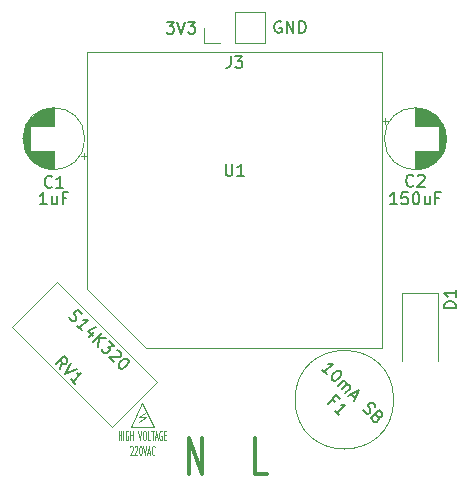
<source format=gto>
%TF.GenerationSoftware,KiCad,Pcbnew,(5.1.9-0-10_14)*%
%TF.CreationDate,2024-01-23T16:21:58+01:00*%
%TF.ProjectId,mains-psu,6d61696e-732d-4707-9375-2e6b69636164,rev?*%
%TF.SameCoordinates,Original*%
%TF.FileFunction,Legend,Top*%
%TF.FilePolarity,Positive*%
%FSLAX46Y46*%
G04 Gerber Fmt 4.6, Leading zero omitted, Abs format (unit mm)*
G04 Created by KiCad (PCBNEW (5.1.9-0-10_14)) date 2024-01-23 16:21:58*
%MOMM*%
%LPD*%
G01*
G04 APERTURE LIST*
%ADD10C,0.075000*%
%ADD11C,0.120000*%
%ADD12C,0.150000*%
%ADD13C,0.300000*%
G04 APERTURE END LIST*
D10*
X-9819047Y-16524404D02*
X-9819047Y-15724404D01*
X-9819047Y-16105357D02*
X-9590476Y-16105357D01*
X-9590476Y-16524404D02*
X-9590476Y-15724404D01*
X-9400000Y-16524404D02*
X-9400000Y-15724404D01*
X-9000000Y-15762500D02*
X-9038095Y-15724404D01*
X-9095238Y-15724404D01*
X-9152380Y-15762500D01*
X-9190476Y-15838690D01*
X-9209523Y-15914880D01*
X-9228571Y-16067261D01*
X-9228571Y-16181547D01*
X-9209523Y-16333928D01*
X-9190476Y-16410119D01*
X-9152380Y-16486309D01*
X-9095238Y-16524404D01*
X-9057142Y-16524404D01*
X-9000000Y-16486309D01*
X-8980952Y-16448214D01*
X-8980952Y-16181547D01*
X-9057142Y-16181547D01*
X-8809523Y-16524404D02*
X-8809523Y-15724404D01*
X-8809523Y-16105357D02*
X-8580952Y-16105357D01*
X-8580952Y-16524404D02*
X-8580952Y-15724404D01*
X-8142857Y-15724404D02*
X-8009523Y-16524404D01*
X-7876190Y-15724404D01*
X-7666666Y-15724404D02*
X-7590476Y-15724404D01*
X-7552380Y-15762500D01*
X-7514285Y-15838690D01*
X-7495238Y-15991071D01*
X-7495238Y-16257738D01*
X-7514285Y-16410119D01*
X-7552380Y-16486309D01*
X-7590476Y-16524404D01*
X-7666666Y-16524404D01*
X-7704761Y-16486309D01*
X-7742857Y-16410119D01*
X-7761904Y-16257738D01*
X-7761904Y-15991071D01*
X-7742857Y-15838690D01*
X-7704761Y-15762500D01*
X-7666666Y-15724404D01*
X-7133333Y-16524404D02*
X-7323809Y-16524404D01*
X-7323809Y-15724404D01*
X-7057142Y-15724404D02*
X-6828571Y-15724404D01*
X-6942857Y-16524404D02*
X-6942857Y-15724404D01*
X-6714285Y-16295833D02*
X-6523809Y-16295833D01*
X-6752380Y-16524404D02*
X-6619047Y-15724404D01*
X-6485714Y-16524404D01*
X-6142857Y-15762500D02*
X-6180952Y-15724404D01*
X-6238095Y-15724404D01*
X-6295238Y-15762500D01*
X-6333333Y-15838690D01*
X-6352380Y-15914880D01*
X-6371428Y-16067261D01*
X-6371428Y-16181547D01*
X-6352380Y-16333928D01*
X-6333333Y-16410119D01*
X-6295238Y-16486309D01*
X-6238095Y-16524404D01*
X-6200000Y-16524404D01*
X-6142857Y-16486309D01*
X-6123809Y-16448214D01*
X-6123809Y-16181547D01*
X-6200000Y-16181547D01*
X-5952380Y-16105357D02*
X-5819047Y-16105357D01*
X-5761904Y-16524404D02*
X-5952380Y-16524404D01*
X-5952380Y-15724404D01*
X-5761904Y-15724404D01*
X-8838095Y-17075595D02*
X-8819047Y-17037500D01*
X-8780952Y-16999404D01*
X-8685714Y-16999404D01*
X-8647619Y-17037500D01*
X-8628571Y-17075595D01*
X-8609523Y-17151785D01*
X-8609523Y-17227976D01*
X-8628571Y-17342261D01*
X-8857142Y-17799404D01*
X-8609523Y-17799404D01*
X-8457142Y-17075595D02*
X-8438095Y-17037500D01*
X-8400000Y-16999404D01*
X-8304761Y-16999404D01*
X-8266666Y-17037500D01*
X-8247619Y-17075595D01*
X-8228571Y-17151785D01*
X-8228571Y-17227976D01*
X-8247619Y-17342261D01*
X-8476190Y-17799404D01*
X-8228571Y-17799404D01*
X-7980952Y-16999404D02*
X-7942857Y-16999404D01*
X-7904761Y-17037500D01*
X-7885714Y-17075595D01*
X-7866666Y-17151785D01*
X-7847619Y-17304166D01*
X-7847619Y-17494642D01*
X-7866666Y-17647023D01*
X-7885714Y-17723214D01*
X-7904761Y-17761309D01*
X-7942857Y-17799404D01*
X-7980952Y-17799404D01*
X-8019047Y-17761309D01*
X-8038095Y-17723214D01*
X-8057142Y-17647023D01*
X-8076190Y-17494642D01*
X-8076190Y-17304166D01*
X-8057142Y-17151785D01*
X-8038095Y-17075595D01*
X-8019047Y-17037500D01*
X-7980952Y-16999404D01*
X-7733333Y-16999404D02*
X-7600000Y-17799404D01*
X-7466666Y-16999404D01*
X-7352380Y-17570833D02*
X-7161904Y-17570833D01*
X-7390476Y-17799404D02*
X-7257142Y-16999404D01*
X-7123809Y-17799404D01*
X-6761904Y-17723214D02*
X-6780952Y-17761309D01*
X-6838095Y-17799404D01*
X-6876190Y-17799404D01*
X-6933333Y-17761309D01*
X-6971428Y-17685119D01*
X-6990476Y-17608928D01*
X-7009523Y-17456547D01*
X-7009523Y-17342261D01*
X-6990476Y-17189880D01*
X-6971428Y-17113690D01*
X-6933333Y-17037500D01*
X-6876190Y-16999404D01*
X-6838095Y-16999404D01*
X-6780952Y-17037500D01*
X-6761904Y-17075595D01*
D11*
X-8100000Y-14600000D02*
X-7600000Y-14200000D01*
X-7500000Y-14600000D02*
X-8100000Y-15000000D01*
X-8100000Y-14600000D02*
X-7500000Y-14600000D01*
X-6800000Y-15400000D02*
X-7800000Y-13400000D01*
X-8800000Y-15400000D02*
X-6800000Y-15400000D01*
X-7800000Y-13400000D02*
X-8800000Y-15400000D01*
D12*
X3938095Y18900000D02*
X3842857Y18947619D01*
X3700000Y18947619D01*
X3557142Y18900000D01*
X3461904Y18804761D01*
X3414285Y18709523D01*
X3366666Y18519047D01*
X3366666Y18376190D01*
X3414285Y18185714D01*
X3461904Y18090476D01*
X3557142Y17995238D01*
X3700000Y17947619D01*
X3795238Y17947619D01*
X3938095Y17995238D01*
X3985714Y18042857D01*
X3985714Y18376190D01*
X3795238Y18376190D01*
X4414285Y17947619D02*
X4414285Y18947619D01*
X4985714Y17947619D01*
X4985714Y18947619D01*
X5461904Y17947619D02*
X5461904Y18947619D01*
X5700000Y18947619D01*
X5842857Y18900000D01*
X5938095Y18804761D01*
X5985714Y18709523D01*
X6033333Y18519047D01*
X6033333Y18376190D01*
X5985714Y18185714D01*
X5938095Y18090476D01*
X5842857Y17995238D01*
X5700000Y17947619D01*
X5461904Y17947619D01*
X-5738095Y18897619D02*
X-5119047Y18897619D01*
X-5452380Y18516666D01*
X-5309523Y18516666D01*
X-5214285Y18469047D01*
X-5166666Y18421428D01*
X-5119047Y18326190D01*
X-5119047Y18088095D01*
X-5166666Y17992857D01*
X-5214285Y17945238D01*
X-5309523Y17897619D01*
X-5595238Y17897619D01*
X-5690476Y17945238D01*
X-5738095Y17992857D01*
X-4833333Y18897619D02*
X-4500000Y17897619D01*
X-4166666Y18897619D01*
X-3928571Y18897619D02*
X-3309523Y18897619D01*
X-3642857Y18516666D01*
X-3500000Y18516666D01*
X-3404761Y18469047D01*
X-3357142Y18421428D01*
X-3309523Y18326190D01*
X-3309523Y18088095D01*
X-3357142Y17992857D01*
X-3404761Y17945238D01*
X-3500000Y17897619D01*
X-3785714Y17897619D01*
X-3880952Y17945238D01*
X-3928571Y17992857D01*
D13*
X-3871428Y-19357142D02*
X-3871428Y-16357142D01*
X-2728571Y-19357142D01*
X-2728571Y-16357142D01*
X2719047Y-19357142D02*
X1766666Y-19357142D01*
X1766666Y-16357142D01*
D11*
%TO.C,C2*%
X17920000Y9000000D02*
G75*
G03*
X17920000Y9000000I-2620000J0D01*
G01*
X15300000Y7960000D02*
X15300000Y6420000D01*
X15300000Y11580000D02*
X15300000Y10040000D01*
X15340000Y7960000D02*
X15340000Y6420000D01*
X15340000Y11580000D02*
X15340000Y10040000D01*
X15380000Y11579000D02*
X15380000Y10040000D01*
X15380000Y7960000D02*
X15380000Y6421000D01*
X15420000Y11578000D02*
X15420000Y10040000D01*
X15420000Y7960000D02*
X15420000Y6422000D01*
X15460000Y11576000D02*
X15460000Y10040000D01*
X15460000Y7960000D02*
X15460000Y6424000D01*
X15500000Y11573000D02*
X15500000Y10040000D01*
X15500000Y7960000D02*
X15500000Y6427000D01*
X15540000Y11569000D02*
X15540000Y10040000D01*
X15540000Y7960000D02*
X15540000Y6431000D01*
X15580000Y11565000D02*
X15580000Y10040000D01*
X15580000Y7960000D02*
X15580000Y6435000D01*
X15620000Y11561000D02*
X15620000Y10040000D01*
X15620000Y7960000D02*
X15620000Y6439000D01*
X15660000Y11556000D02*
X15660000Y10040000D01*
X15660000Y7960000D02*
X15660000Y6444000D01*
X15700000Y11550000D02*
X15700000Y10040000D01*
X15700000Y7960000D02*
X15700000Y6450000D01*
X15740000Y11543000D02*
X15740000Y10040000D01*
X15740000Y7960000D02*
X15740000Y6457000D01*
X15780000Y11536000D02*
X15780000Y10040000D01*
X15780000Y7960000D02*
X15780000Y6464000D01*
X15820000Y11528000D02*
X15820000Y10040000D01*
X15820000Y7960000D02*
X15820000Y6472000D01*
X15860000Y11520000D02*
X15860000Y10040000D01*
X15860000Y7960000D02*
X15860000Y6480000D01*
X15900000Y11511000D02*
X15900000Y10040000D01*
X15900000Y7960000D02*
X15900000Y6489000D01*
X15940000Y11501000D02*
X15940000Y10040000D01*
X15940000Y7960000D02*
X15940000Y6499000D01*
X15980000Y11491000D02*
X15980000Y10040000D01*
X15980000Y7960000D02*
X15980000Y6509000D01*
X16021000Y11480000D02*
X16021000Y10040000D01*
X16021000Y7960000D02*
X16021000Y6520000D01*
X16061000Y11468000D02*
X16061000Y10040000D01*
X16061000Y7960000D02*
X16061000Y6532000D01*
X16101000Y11455000D02*
X16101000Y10040000D01*
X16101000Y7960000D02*
X16101000Y6545000D01*
X16141000Y11442000D02*
X16141000Y10040000D01*
X16141000Y7960000D02*
X16141000Y6558000D01*
X16181000Y11428000D02*
X16181000Y10040000D01*
X16181000Y7960000D02*
X16181000Y6572000D01*
X16221000Y11414000D02*
X16221000Y10040000D01*
X16221000Y7960000D02*
X16221000Y6586000D01*
X16261000Y11398000D02*
X16261000Y10040000D01*
X16261000Y7960000D02*
X16261000Y6602000D01*
X16301000Y11382000D02*
X16301000Y10040000D01*
X16301000Y7960000D02*
X16301000Y6618000D01*
X16341000Y11365000D02*
X16341000Y10040000D01*
X16341000Y7960000D02*
X16341000Y6635000D01*
X16381000Y11348000D02*
X16381000Y10040000D01*
X16381000Y7960000D02*
X16381000Y6652000D01*
X16421000Y11329000D02*
X16421000Y10040000D01*
X16421000Y7960000D02*
X16421000Y6671000D01*
X16461000Y11310000D02*
X16461000Y10040000D01*
X16461000Y7960000D02*
X16461000Y6690000D01*
X16501000Y11290000D02*
X16501000Y10040000D01*
X16501000Y7960000D02*
X16501000Y6710000D01*
X16541000Y11268000D02*
X16541000Y10040000D01*
X16541000Y7960000D02*
X16541000Y6732000D01*
X16581000Y11247000D02*
X16581000Y10040000D01*
X16581000Y7960000D02*
X16581000Y6753000D01*
X16621000Y11224000D02*
X16621000Y10040000D01*
X16621000Y7960000D02*
X16621000Y6776000D01*
X16661000Y11200000D02*
X16661000Y10040000D01*
X16661000Y7960000D02*
X16661000Y6800000D01*
X16701000Y11175000D02*
X16701000Y10040000D01*
X16701000Y7960000D02*
X16701000Y6825000D01*
X16741000Y11149000D02*
X16741000Y10040000D01*
X16741000Y7960000D02*
X16741000Y6851000D01*
X16781000Y11122000D02*
X16781000Y10040000D01*
X16781000Y7960000D02*
X16781000Y6878000D01*
X16821000Y11095000D02*
X16821000Y10040000D01*
X16821000Y7960000D02*
X16821000Y6905000D01*
X16861000Y11065000D02*
X16861000Y10040000D01*
X16861000Y7960000D02*
X16861000Y6935000D01*
X16901000Y11035000D02*
X16901000Y10040000D01*
X16901000Y7960000D02*
X16901000Y6965000D01*
X16941000Y11004000D02*
X16941000Y10040000D01*
X16941000Y7960000D02*
X16941000Y6996000D01*
X16981000Y10971000D02*
X16981000Y10040000D01*
X16981000Y7960000D02*
X16981000Y7029000D01*
X17021000Y10937000D02*
X17021000Y10040000D01*
X17021000Y7960000D02*
X17021000Y7063000D01*
X17061000Y10901000D02*
X17061000Y10040000D01*
X17061000Y7960000D02*
X17061000Y7099000D01*
X17101000Y10864000D02*
X17101000Y10040000D01*
X17101000Y7960000D02*
X17101000Y7136000D01*
X17141000Y10826000D02*
X17141000Y10040000D01*
X17141000Y7960000D02*
X17141000Y7174000D01*
X17181000Y10785000D02*
X17181000Y10040000D01*
X17181000Y7960000D02*
X17181000Y7215000D01*
X17221000Y10743000D02*
X17221000Y10040000D01*
X17221000Y7960000D02*
X17221000Y7257000D01*
X17261000Y10699000D02*
X17261000Y10040000D01*
X17261000Y7960000D02*
X17261000Y7301000D01*
X17301000Y10653000D02*
X17301000Y10040000D01*
X17301000Y7960000D02*
X17301000Y7347000D01*
X17341000Y10605000D02*
X17341000Y7395000D01*
X17381000Y10554000D02*
X17381000Y7446000D01*
X17421000Y10500000D02*
X17421000Y7500000D01*
X17461000Y10443000D02*
X17461000Y7557000D01*
X17501000Y10383000D02*
X17501000Y7617000D01*
X17541000Y10319000D02*
X17541000Y7681000D01*
X17581000Y10251000D02*
X17581000Y7749000D01*
X17621000Y10178000D02*
X17621000Y7822000D01*
X17661000Y10098000D02*
X17661000Y7902000D01*
X17701000Y10011000D02*
X17701000Y7989000D01*
X17741000Y9915000D02*
X17741000Y8085000D01*
X17781000Y9805000D02*
X17781000Y8195000D01*
X17821000Y9677000D02*
X17821000Y8323000D01*
X17861000Y9518000D02*
X17861000Y8482000D01*
X17901000Y9284000D02*
X17901000Y8716000D01*
X12495225Y10475000D02*
X12995225Y10475000D01*
X12745225Y10725000D02*
X12745225Y10225000D01*
%TO.C,D1*%
X17200000Y-9800000D02*
X17200000Y-4100000D01*
X17200000Y-4100000D02*
X14200000Y-4100000D01*
X14200000Y-4100000D02*
X14200000Y-9800000D01*
%TO.C,U1*%
X12500000Y-8700000D02*
X-7500000Y-8700000D01*
X-7500000Y-8700000D02*
X-12500000Y-3700000D01*
X-12500000Y-3700000D02*
X-12500000Y16300000D01*
X-12500000Y16300000D02*
X12500000Y16300000D01*
X12500000Y16300000D02*
X12500000Y-8700000D01*
%TO.C,RV1*%
X-15033452Y-3148171D02*
X-18851829Y-6966548D01*
X-18851829Y-6966548D02*
X-10366548Y-15451829D01*
X-10366548Y-15451829D02*
X-6548171Y-11633452D01*
X-6548171Y-11633452D02*
X-15033452Y-3148171D01*
%TO.C,F1*%
X13475000Y-13100000D02*
G75*
G03*
X13475000Y-13100000I-4175000J0D01*
G01*
%TO.C,J3*%
X-2600000Y17070000D02*
X-2600000Y18400000D01*
X-1270000Y17070000D02*
X-2600000Y17070000D01*
X0Y17070000D02*
X0Y19730000D01*
X0Y19730000D02*
X2600000Y19730000D01*
X0Y17070000D02*
X2600000Y17070000D01*
X2600000Y17070000D02*
X2600000Y19730000D01*
%TO.C,C1*%
X-12745225Y7275000D02*
X-12745225Y7775000D01*
X-12495225Y7525000D02*
X-12995225Y7525000D01*
X-17901000Y8716000D02*
X-17901000Y9284000D01*
X-17861000Y8482000D02*
X-17861000Y9518000D01*
X-17821000Y8323000D02*
X-17821000Y9677000D01*
X-17781000Y8195000D02*
X-17781000Y9805000D01*
X-17741000Y8085000D02*
X-17741000Y9915000D01*
X-17701000Y7989000D02*
X-17701000Y10011000D01*
X-17661000Y7902000D02*
X-17661000Y10098000D01*
X-17621000Y7822000D02*
X-17621000Y10178000D01*
X-17581000Y7749000D02*
X-17581000Y10251000D01*
X-17541000Y7681000D02*
X-17541000Y10319000D01*
X-17501000Y7617000D02*
X-17501000Y10383000D01*
X-17461000Y7557000D02*
X-17461000Y10443000D01*
X-17421000Y7500000D02*
X-17421000Y10500000D01*
X-17381000Y7446000D02*
X-17381000Y10554000D01*
X-17341000Y7395000D02*
X-17341000Y10605000D01*
X-17301000Y10040000D02*
X-17301000Y10653000D01*
X-17301000Y7347000D02*
X-17301000Y7960000D01*
X-17261000Y10040000D02*
X-17261000Y10699000D01*
X-17261000Y7301000D02*
X-17261000Y7960000D01*
X-17221000Y10040000D02*
X-17221000Y10743000D01*
X-17221000Y7257000D02*
X-17221000Y7960000D01*
X-17181000Y10040000D02*
X-17181000Y10785000D01*
X-17181000Y7215000D02*
X-17181000Y7960000D01*
X-17141000Y10040000D02*
X-17141000Y10826000D01*
X-17141000Y7174000D02*
X-17141000Y7960000D01*
X-17101000Y10040000D02*
X-17101000Y10864000D01*
X-17101000Y7136000D02*
X-17101000Y7960000D01*
X-17061000Y10040000D02*
X-17061000Y10901000D01*
X-17061000Y7099000D02*
X-17061000Y7960000D01*
X-17021000Y10040000D02*
X-17021000Y10937000D01*
X-17021000Y7063000D02*
X-17021000Y7960000D01*
X-16981000Y10040000D02*
X-16981000Y10971000D01*
X-16981000Y7029000D02*
X-16981000Y7960000D01*
X-16941000Y10040000D02*
X-16941000Y11004000D01*
X-16941000Y6996000D02*
X-16941000Y7960000D01*
X-16901000Y10040000D02*
X-16901000Y11035000D01*
X-16901000Y6965000D02*
X-16901000Y7960000D01*
X-16861000Y10040000D02*
X-16861000Y11065000D01*
X-16861000Y6935000D02*
X-16861000Y7960000D01*
X-16821000Y10040000D02*
X-16821000Y11095000D01*
X-16821000Y6905000D02*
X-16821000Y7960000D01*
X-16781000Y10040000D02*
X-16781000Y11122000D01*
X-16781000Y6878000D02*
X-16781000Y7960000D01*
X-16741000Y10040000D02*
X-16741000Y11149000D01*
X-16741000Y6851000D02*
X-16741000Y7960000D01*
X-16701000Y10040000D02*
X-16701000Y11175000D01*
X-16701000Y6825000D02*
X-16701000Y7960000D01*
X-16661000Y10040000D02*
X-16661000Y11200000D01*
X-16661000Y6800000D02*
X-16661000Y7960000D01*
X-16621000Y10040000D02*
X-16621000Y11224000D01*
X-16621000Y6776000D02*
X-16621000Y7960000D01*
X-16581000Y10040000D02*
X-16581000Y11247000D01*
X-16581000Y6753000D02*
X-16581000Y7960000D01*
X-16541000Y10040000D02*
X-16541000Y11268000D01*
X-16541000Y6732000D02*
X-16541000Y7960000D01*
X-16501000Y10040000D02*
X-16501000Y11290000D01*
X-16501000Y6710000D02*
X-16501000Y7960000D01*
X-16461000Y10040000D02*
X-16461000Y11310000D01*
X-16461000Y6690000D02*
X-16461000Y7960000D01*
X-16421000Y10040000D02*
X-16421000Y11329000D01*
X-16421000Y6671000D02*
X-16421000Y7960000D01*
X-16381000Y10040000D02*
X-16381000Y11348000D01*
X-16381000Y6652000D02*
X-16381000Y7960000D01*
X-16341000Y10040000D02*
X-16341000Y11365000D01*
X-16341000Y6635000D02*
X-16341000Y7960000D01*
X-16301000Y10040000D02*
X-16301000Y11382000D01*
X-16301000Y6618000D02*
X-16301000Y7960000D01*
X-16261000Y10040000D02*
X-16261000Y11398000D01*
X-16261000Y6602000D02*
X-16261000Y7960000D01*
X-16221000Y10040000D02*
X-16221000Y11414000D01*
X-16221000Y6586000D02*
X-16221000Y7960000D01*
X-16181000Y10040000D02*
X-16181000Y11428000D01*
X-16181000Y6572000D02*
X-16181000Y7960000D01*
X-16141000Y10040000D02*
X-16141000Y11442000D01*
X-16141000Y6558000D02*
X-16141000Y7960000D01*
X-16101000Y10040000D02*
X-16101000Y11455000D01*
X-16101000Y6545000D02*
X-16101000Y7960000D01*
X-16061000Y10040000D02*
X-16061000Y11468000D01*
X-16061000Y6532000D02*
X-16061000Y7960000D01*
X-16021000Y10040000D02*
X-16021000Y11480000D01*
X-16021000Y6520000D02*
X-16021000Y7960000D01*
X-15980000Y10040000D02*
X-15980000Y11491000D01*
X-15980000Y6509000D02*
X-15980000Y7960000D01*
X-15940000Y10040000D02*
X-15940000Y11501000D01*
X-15940000Y6499000D02*
X-15940000Y7960000D01*
X-15900000Y10040000D02*
X-15900000Y11511000D01*
X-15900000Y6489000D02*
X-15900000Y7960000D01*
X-15860000Y10040000D02*
X-15860000Y11520000D01*
X-15860000Y6480000D02*
X-15860000Y7960000D01*
X-15820000Y10040000D02*
X-15820000Y11528000D01*
X-15820000Y6472000D02*
X-15820000Y7960000D01*
X-15780000Y10040000D02*
X-15780000Y11536000D01*
X-15780000Y6464000D02*
X-15780000Y7960000D01*
X-15740000Y10040000D02*
X-15740000Y11543000D01*
X-15740000Y6457000D02*
X-15740000Y7960000D01*
X-15700000Y10040000D02*
X-15700000Y11550000D01*
X-15700000Y6450000D02*
X-15700000Y7960000D01*
X-15660000Y10040000D02*
X-15660000Y11556000D01*
X-15660000Y6444000D02*
X-15660000Y7960000D01*
X-15620000Y10040000D02*
X-15620000Y11561000D01*
X-15620000Y6439000D02*
X-15620000Y7960000D01*
X-15580000Y10040000D02*
X-15580000Y11565000D01*
X-15580000Y6435000D02*
X-15580000Y7960000D01*
X-15540000Y10040000D02*
X-15540000Y11569000D01*
X-15540000Y6431000D02*
X-15540000Y7960000D01*
X-15500000Y10040000D02*
X-15500000Y11573000D01*
X-15500000Y6427000D02*
X-15500000Y7960000D01*
X-15460000Y10040000D02*
X-15460000Y11576000D01*
X-15460000Y6424000D02*
X-15460000Y7960000D01*
X-15420000Y10040000D02*
X-15420000Y11578000D01*
X-15420000Y6422000D02*
X-15420000Y7960000D01*
X-15380000Y10040000D02*
X-15380000Y11579000D01*
X-15380000Y6421000D02*
X-15380000Y7960000D01*
X-15340000Y6420000D02*
X-15340000Y7960000D01*
X-15340000Y10040000D02*
X-15340000Y11580000D01*
X-15300000Y6420000D02*
X-15300000Y7960000D01*
X-15300000Y10040000D02*
X-15300000Y11580000D01*
X-12680000Y9000000D02*
G75*
G03*
X-12680000Y9000000I-2620000J0D01*
G01*
%TO.C,C2*%
D12*
X15133333Y5042857D02*
X15085714Y4995238D01*
X14942857Y4947619D01*
X14847619Y4947619D01*
X14704761Y4995238D01*
X14609523Y5090476D01*
X14561904Y5185714D01*
X14514285Y5376190D01*
X14514285Y5519047D01*
X14561904Y5709523D01*
X14609523Y5804761D01*
X14704761Y5900000D01*
X14847619Y5947619D01*
X14942857Y5947619D01*
X15085714Y5900000D01*
X15133333Y5852380D01*
X15514285Y5852380D02*
X15561904Y5900000D01*
X15657142Y5947619D01*
X15895238Y5947619D01*
X15990476Y5900000D01*
X16038095Y5852380D01*
X16085714Y5757142D01*
X16085714Y5661904D01*
X16038095Y5519047D01*
X15466666Y4947619D01*
X16085714Y4947619D01*
X13752380Y3447619D02*
X13180952Y3447619D01*
X13466666Y3447619D02*
X13466666Y4447619D01*
X13371428Y4304761D01*
X13276190Y4209523D01*
X13180952Y4161904D01*
X14657142Y4447619D02*
X14180952Y4447619D01*
X14133333Y3971428D01*
X14180952Y4019047D01*
X14276190Y4066666D01*
X14514285Y4066666D01*
X14609523Y4019047D01*
X14657142Y3971428D01*
X14704761Y3876190D01*
X14704761Y3638095D01*
X14657142Y3542857D01*
X14609523Y3495238D01*
X14514285Y3447619D01*
X14276190Y3447619D01*
X14180952Y3495238D01*
X14133333Y3542857D01*
X15323809Y4447619D02*
X15419047Y4447619D01*
X15514285Y4400000D01*
X15561904Y4352380D01*
X15609523Y4257142D01*
X15657142Y4066666D01*
X15657142Y3828571D01*
X15609523Y3638095D01*
X15561904Y3542857D01*
X15514285Y3495238D01*
X15419047Y3447619D01*
X15323809Y3447619D01*
X15228571Y3495238D01*
X15180952Y3542857D01*
X15133333Y3638095D01*
X15085714Y3828571D01*
X15085714Y4066666D01*
X15133333Y4257142D01*
X15180952Y4352380D01*
X15228571Y4400000D01*
X15323809Y4447619D01*
X16514285Y4114285D02*
X16514285Y3447619D01*
X16085714Y4114285D02*
X16085714Y3590476D01*
X16133333Y3495238D01*
X16228571Y3447619D01*
X16371428Y3447619D01*
X16466666Y3495238D01*
X16514285Y3542857D01*
X17323809Y3971428D02*
X16990476Y3971428D01*
X16990476Y3447619D02*
X16990476Y4447619D01*
X17466666Y4447619D01*
%TO.C,D1*%
X18752380Y-5338095D02*
X17752380Y-5338095D01*
X17752380Y-5100000D01*
X17800000Y-4957142D01*
X17895238Y-4861904D01*
X17990476Y-4814285D01*
X18180952Y-4766666D01*
X18323809Y-4766666D01*
X18514285Y-4814285D01*
X18609523Y-4861904D01*
X18704761Y-4957142D01*
X18752380Y-5100000D01*
X18752380Y-5338095D01*
X18752380Y-3814285D02*
X18752380Y-4385714D01*
X18752380Y-4100000D02*
X17752380Y-4100000D01*
X17895238Y-4195238D01*
X17990476Y-4290476D01*
X18038095Y-4385714D01*
%TO.C,U1*%
X-761904Y6847619D02*
X-761904Y6038095D01*
X-714285Y5942857D01*
X-666666Y5895238D01*
X-571428Y5847619D01*
X-380952Y5847619D01*
X-285714Y5895238D01*
X-238095Y5942857D01*
X-190476Y6038095D01*
X-190476Y6847619D01*
X809523Y5847619D02*
X238095Y5847619D01*
X523809Y5847619D02*
X523809Y6847619D01*
X428571Y6704761D01*
X333333Y6609523D01*
X238095Y6561904D01*
%TO.C,RV1*%
X-14748926Y-10507132D02*
X-14647911Y-9934712D01*
X-15152987Y-10103071D02*
X-14445880Y-9395964D01*
X-14176506Y-9665338D01*
X-14142835Y-9766354D01*
X-14142835Y-9833697D01*
X-14176506Y-9934712D01*
X-14277522Y-10035728D01*
X-14378537Y-10069399D01*
X-14445880Y-10069399D01*
X-14546896Y-10035728D01*
X-14816270Y-9766354D01*
X-13839789Y-10002056D02*
X-14311193Y-10944865D01*
X-13368384Y-10473460D01*
X-13469399Y-11786659D02*
X-13873460Y-11382598D01*
X-13671430Y-11584628D02*
X-12964323Y-10877522D01*
X-13132682Y-10911193D01*
X-13267369Y-10911193D01*
X-13368384Y-10877522D01*
X-13987944Y-6109601D02*
X-13920600Y-6244288D01*
X-13752242Y-6412647D01*
X-13651226Y-6446318D01*
X-13583883Y-6446318D01*
X-13482868Y-6412647D01*
X-13415524Y-6345303D01*
X-13381852Y-6244288D01*
X-13381852Y-6176944D01*
X-13415524Y-6075929D01*
X-13516539Y-5907570D01*
X-13550211Y-5806555D01*
X-13550211Y-5739212D01*
X-13516539Y-5638196D01*
X-13449196Y-5570853D01*
X-13348181Y-5537181D01*
X-13280837Y-5537181D01*
X-13179822Y-5570853D01*
X-13011463Y-5739212D01*
X-12944120Y-5873899D01*
X-12944120Y-7220769D02*
X-13348181Y-6816708D01*
X-13146150Y-7018738D02*
X-12439043Y-6311631D01*
X-12607402Y-6345303D01*
X-12742089Y-6345303D01*
X-12843104Y-6311631D01*
X-11866624Y-7355456D02*
X-12338028Y-7826860D01*
X-11765608Y-6917723D02*
X-12439043Y-7254440D01*
X-12001311Y-7692173D01*
X-11967639Y-8197250D02*
X-11260532Y-7490143D01*
X-11563578Y-8601311D02*
X-11462563Y-7894204D01*
X-10856471Y-7894204D02*
X-11664593Y-7894204D01*
X-10620769Y-8129906D02*
X-10183036Y-8567639D01*
X-10688112Y-8601311D01*
X-10587097Y-8702326D01*
X-10553425Y-8803341D01*
X-10553425Y-8870685D01*
X-10587097Y-8971700D01*
X-10755456Y-9140059D01*
X-10856471Y-9173730D01*
X-10923814Y-9173730D01*
X-11024830Y-9140059D01*
X-11226860Y-8938028D01*
X-11260532Y-8837013D01*
X-11260532Y-8769669D01*
X-9981005Y-8904356D02*
X-9913662Y-8904356D01*
X-9812647Y-8938028D01*
X-9644288Y-9106387D01*
X-9610616Y-9207402D01*
X-9610616Y-9274746D01*
X-9644288Y-9375761D01*
X-9711631Y-9443104D01*
X-9846318Y-9510448D01*
X-10654440Y-9510448D01*
X-10216708Y-9948181D01*
X-9071868Y-9678807D02*
X-9004525Y-9746150D01*
X-8970853Y-9847165D01*
X-8970853Y-9914509D01*
X-9004525Y-10015524D01*
X-9105540Y-10183883D01*
X-9273899Y-10352242D01*
X-9442257Y-10453257D01*
X-9543273Y-10486929D01*
X-9610616Y-10486929D01*
X-9711631Y-10453257D01*
X-9778975Y-10385913D01*
X-9812647Y-10284898D01*
X-9812647Y-10217555D01*
X-9778975Y-10116539D01*
X-9677960Y-9948181D01*
X-9509601Y-9779822D01*
X-9341242Y-9678807D01*
X-9240227Y-9645135D01*
X-9172883Y-9645135D01*
X-9071868Y-9678807D01*
%TO.C,F1*%
X8514805Y-13313790D02*
X8279103Y-13078087D01*
X7908713Y-13448477D02*
X8615820Y-12741370D01*
X8952538Y-13078087D01*
X8885194Y-14424957D02*
X8481133Y-14020896D01*
X8683164Y-14222927D02*
X9390270Y-13515820D01*
X9221912Y-13549492D01*
X9087225Y-13549492D01*
X8986209Y-13515820D01*
X7811336Y-10951099D02*
X7407275Y-10547038D01*
X7609305Y-10749068D02*
X8316412Y-10041962D01*
X8148053Y-10075633D01*
X8013366Y-10075633D01*
X7912351Y-10041962D01*
X8956175Y-10681725D02*
X9023519Y-10749068D01*
X9057190Y-10850084D01*
X9057190Y-10917427D01*
X9023519Y-11018442D01*
X8922503Y-11186801D01*
X8754145Y-11355160D01*
X8585786Y-11456175D01*
X8484771Y-11489847D01*
X8417427Y-11489847D01*
X8316412Y-11456175D01*
X8249068Y-11388832D01*
X8215397Y-11287816D01*
X8215397Y-11220473D01*
X8249068Y-11119458D01*
X8350084Y-10951099D01*
X8518442Y-10782740D01*
X8686801Y-10681725D01*
X8787816Y-10648053D01*
X8855160Y-10648053D01*
X8956175Y-10681725D01*
X8787816Y-11927580D02*
X9259221Y-11456175D01*
X9191877Y-11523519D02*
X9259221Y-11523519D01*
X9360236Y-11557190D01*
X9461251Y-11658206D01*
X9494923Y-11759221D01*
X9461251Y-11860236D01*
X9090862Y-12230625D01*
X9461251Y-11860236D02*
X9562267Y-11826564D01*
X9663282Y-11860236D01*
X9764297Y-11961251D01*
X9797969Y-12062267D01*
X9764297Y-12163282D01*
X9393908Y-12533671D01*
X9898984Y-12634687D02*
X10235702Y-12971404D01*
X9629610Y-12769374D02*
X10572419Y-12297969D01*
X10101015Y-13240778D01*
X10875465Y-13947885D02*
X10942809Y-14082572D01*
X11111167Y-14250931D01*
X11212183Y-14284602D01*
X11279526Y-14284602D01*
X11380541Y-14250931D01*
X11447885Y-14183587D01*
X11481557Y-14082572D01*
X11481557Y-14015228D01*
X11447885Y-13914213D01*
X11346870Y-13745854D01*
X11313198Y-13644839D01*
X11313198Y-13577496D01*
X11346870Y-13476480D01*
X11414213Y-13409137D01*
X11515228Y-13375465D01*
X11582572Y-13375465D01*
X11683587Y-13409137D01*
X11851946Y-13577496D01*
X11919289Y-13712183D01*
X12154992Y-14553976D02*
X12222335Y-14688663D01*
X12222335Y-14756007D01*
X12188663Y-14857022D01*
X12087648Y-14958037D01*
X11986633Y-14991709D01*
X11919289Y-14991709D01*
X11818274Y-14958037D01*
X11548900Y-14688663D01*
X12256007Y-13981557D01*
X12491709Y-14217259D01*
X12525381Y-14318274D01*
X12525381Y-14385618D01*
X12491709Y-14486633D01*
X12424366Y-14553976D01*
X12323350Y-14587648D01*
X12256007Y-14587648D01*
X12154992Y-14553976D01*
X11919289Y-14318274D01*
%TO.C,J3*%
X-333333Y15997619D02*
X-333333Y15283333D01*
X-380952Y15140476D01*
X-476190Y15045238D01*
X-619047Y14997619D01*
X-714285Y14997619D01*
X47619Y15997619D02*
X666666Y15997619D01*
X333333Y15616666D01*
X476190Y15616666D01*
X571428Y15569047D01*
X619047Y15521428D01*
X666666Y15426190D01*
X666666Y15188095D01*
X619047Y15092857D01*
X571428Y15045238D01*
X476190Y14997619D01*
X190476Y14997619D01*
X95238Y15045238D01*
X47619Y15092857D01*
%TO.C,C1*%
X-15466666Y4942857D02*
X-15514285Y4895238D01*
X-15657142Y4847619D01*
X-15752380Y4847619D01*
X-15895238Y4895238D01*
X-15990476Y4990476D01*
X-16038095Y5085714D01*
X-16085714Y5276190D01*
X-16085714Y5419047D01*
X-16038095Y5609523D01*
X-15990476Y5704761D01*
X-15895238Y5800000D01*
X-15752380Y5847619D01*
X-15657142Y5847619D01*
X-15514285Y5800000D01*
X-15466666Y5752380D01*
X-14514285Y4847619D02*
X-15085714Y4847619D01*
X-14800000Y4847619D02*
X-14800000Y5847619D01*
X-14895238Y5704761D01*
X-14990476Y5609523D01*
X-15085714Y5561904D01*
X-15895238Y3447619D02*
X-16466666Y3447619D01*
X-16180952Y3447619D02*
X-16180952Y4447619D01*
X-16276190Y4304761D01*
X-16371428Y4209523D01*
X-16466666Y4161904D01*
X-15038095Y4114285D02*
X-15038095Y3447619D01*
X-15466666Y4114285D02*
X-15466666Y3590476D01*
X-15419047Y3495238D01*
X-15323809Y3447619D01*
X-15180952Y3447619D01*
X-15085714Y3495238D01*
X-15038095Y3542857D01*
X-14228571Y3971428D02*
X-14561904Y3971428D01*
X-14561904Y3447619D02*
X-14561904Y4447619D01*
X-14085714Y4447619D01*
%TD*%
M02*

</source>
